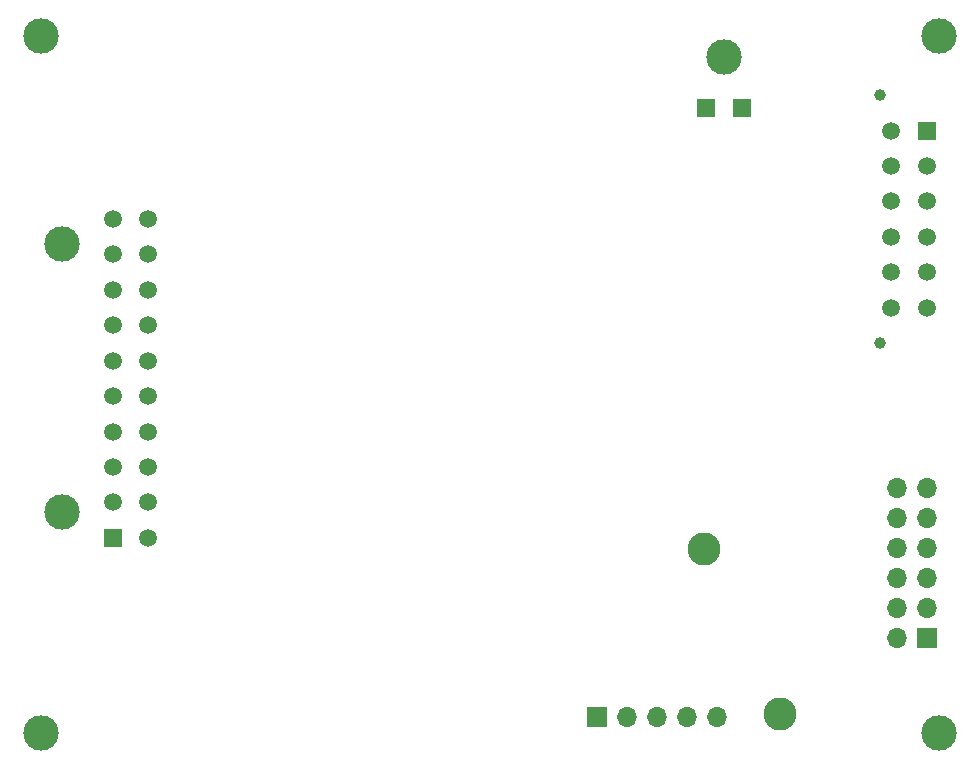
<source format=gbr>
%TF.GenerationSoftware,KiCad,Pcbnew,(5.0.0)*%
%TF.CreationDate,2019-06-08T16:18:31-05:00*%
%TF.ProjectId,BPSTemperature,42505354656D70657261747572652E6B,rev?*%
%TF.SameCoordinates,Original*%
%TF.FileFunction,Soldermask,Bot*%
%TF.FilePolarity,Negative*%
%FSLAX46Y46*%
G04 Gerber Fmt 4.6, Leading zero omitted, Abs format (unit mm)*
G04 Created by KiCad (PCBNEW (5.0.0)) date 06/08/19 16:18:31*
%MOMM*%
%LPD*%
G01*
G04 APERTURE LIST*
%ADD10O,1.700000X1.700000*%
%ADD11R,1.700000X1.700000*%
%ADD12C,1.000000*%
%ADD13R,1.500000X1.500000*%
%ADD14C,1.500000*%
%ADD15C,2.800000*%
%ADD16C,3.000000*%
G04 APERTURE END LIST*
D10*
X128460000Y-111300000D03*
X131000000Y-111300000D03*
X128460000Y-113840000D03*
X131000000Y-113840000D03*
X128460000Y-116380000D03*
X131000000Y-116380000D03*
X128460000Y-118920000D03*
X131000000Y-118920000D03*
X128460000Y-121460000D03*
X131000000Y-121460000D03*
X128460000Y-124000000D03*
D11*
X131000000Y-124000000D03*
D12*
X127060000Y-78000000D03*
X127060000Y-99000000D03*
D13*
X131000000Y-81000000D03*
D14*
X131000000Y-84000000D03*
X131000000Y-87000000D03*
X131000000Y-90000000D03*
X131000000Y-93000000D03*
X131000000Y-96000000D03*
X128000000Y-81000000D03*
X128000000Y-84000000D03*
X128000000Y-87000000D03*
X128000000Y-90000000D03*
X128000000Y-93000000D03*
X128000000Y-96000000D03*
D15*
X118600000Y-130400000D03*
X112100000Y-116400000D03*
D11*
X103074500Y-130683000D03*
D10*
X105614500Y-130683000D03*
X108154500Y-130683000D03*
X110694500Y-130683000D03*
X113234500Y-130683000D03*
D16*
X56000000Y-73000000D03*
X56000000Y-132000000D03*
X132000000Y-132000000D03*
X132000000Y-73000000D03*
X113835000Y-74770000D03*
D13*
X115335000Y-79090000D03*
X112335000Y-79090000D03*
D16*
X57760000Y-113325000D03*
X57760000Y-90625000D03*
D13*
X62080000Y-115485000D03*
D14*
X62080000Y-88465000D03*
X62080000Y-112485000D03*
X62080000Y-109485000D03*
X62080000Y-106485000D03*
X62080000Y-103485000D03*
X62080000Y-100485000D03*
X62080000Y-97485000D03*
X62080000Y-94485000D03*
X62080000Y-91485000D03*
X65080000Y-91485000D03*
X65080000Y-97485000D03*
X65080000Y-94485000D03*
X65080000Y-100485000D03*
X65080000Y-88465000D03*
X65080000Y-106485000D03*
X65080000Y-103485000D03*
X65080000Y-109485000D03*
X65080000Y-112485000D03*
X65080000Y-115485000D03*
M02*

</source>
